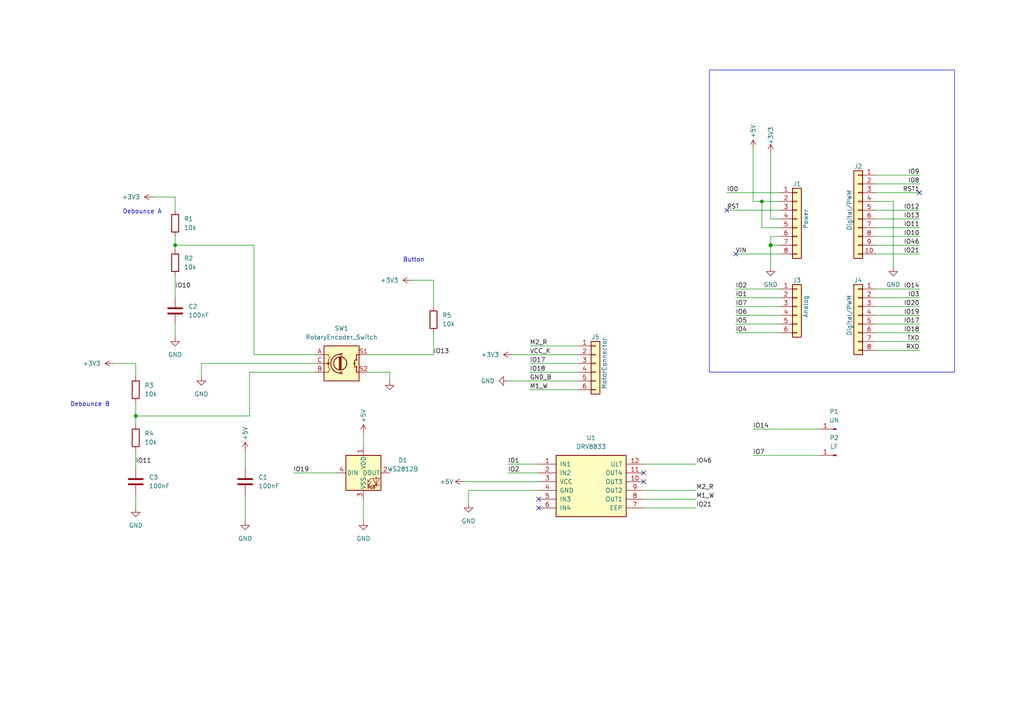
<source format=kicad_sch>
(kicad_sch (version 20230121) (generator eeschema)
  (paper "A4")
  (title_block (title "DC motor system for teaching control and IoT") (date "2024-02-14") (rev "1.0") (company "Universidad Nacional de Colombia"))
  (lib_symbols
    (symbol "+3V3_1" (power) (pin_names (offset 0))
      (property "Value" "+3V3_1" (at 0 3.556 0))
      (symbol "+3V3_1_0_1"
        (polyline (pts (xy -0.762 1.27) (xy 0 2.54)))
        (polyline (pts (xy 0 0) (xy 0 2.54)))
        (polyline (pts (xy 0 2.54) (xy 0.762 1.27)))
      )
      (symbol "+3V3_1_1_1"
        (pin power_in line (at 0 0 90) (length 0) hide (name "+3V3") (number "1"))
      )
    )
    (symbol "+5V_1" (power) (pin_names (offset 0))
      (property "Value" "+5V_1" (at 0 3.556 0))
      (symbol "+5V_1_0_1"
        (polyline (pts (xy -0.762 1.27) (xy 0 2.54)))
        (polyline (pts (xy 0 0) (xy 0 2.54)))
        (polyline (pts (xy 0 2.54) (xy 0.762 1.27)))
      )
      (symbol "+5V_1_1_1"
        (pin power_in line (at 0 0 90) (length 0) hide (name "+5V") (number "1"))
      )
    )
    (symbol "Connector:Conn_01x01_Pin" (pin_names (offset 1.016) hide)
      (property "Reference" "J" (at 0 2.54 0))
      (property "Value" "Conn_01x01_Pin" (at 0 -2.54 0))
      (symbol "Conn_01x01_Pin_1_1"
        (polyline (pts (xy 1.27 0) (xy 0.8636 0)) (stroke (width 0.1524)))
        (rectangle (start 0.8636 0.127) (end 0 -0.127) (stroke (width 0.1524)) (fill (type outline)))
        (pin passive line (at 5.08 0 180) (length 3.81) (name "Pin_1") (number "1"))
      )
    )
    (symbol "Connector_Generic:Conn_01x06" (pin_names (offset 1.016) hide)
      (property "Reference" "J" (at 0 7.62 0))
      (property "Value" "Conn_01x06" (at 0 -10.16 0))
      (symbol "Conn_01x06_1_1"
        (rectangle (start -1.27 -7.493) (end 0 -7.747) (stroke (width 0.1524)))
        (rectangle (start -1.27 -4.953) (end 0 -5.207) (stroke (width 0.1524)))
        (rectangle (start -1.27 -2.413) (end 0 -2.667) (stroke (width 0.1524)))
        (rectangle (start -1.27 0.127) (end 0 -0.127) (stroke (width 0.1524)))
        (rectangle (start -1.27 2.667) (end 0 2.413) (stroke (width 0.1524)))
        (rectangle (start -1.27 5.207) (end 0 4.953) (stroke (width 0.1524)))
        (rectangle (start -1.27 6.35) (end 1.27 -8.89) (stroke (width 0.254)) (fill (type background)))
        (pin passive line (at -5.08 5.08 0) (length 3.81) (name "Pin_1") (number "1"))
        (pin passive line (at -5.08 2.54 0) (length 3.81) (name "Pin_2") (number "2"))
        (pin passive line (at -5.08 0 0) (length 3.81) (name "Pin_3") (number "3"))
        (pin passive line (at -5.08 -2.54 0) (length 3.81) (name "Pin_4") (number "4"))
        (pin passive line (at -5.08 -5.08 0) (length 3.81) (name "Pin_5") (number "5"))
        (pin passive line (at -5.08 -7.62 0) (length 3.81) (name "Pin_6") (number "6"))
      )
    )
    (symbol "Connector_Generic:Conn_01x08" (pin_names (offset 1.016) hide)
      (property "Reference" "J" (at 0 10.16 0))
      (property "Value" "Conn_01x08" (at 0 -12.7 0))
      (symbol "Conn_01x08_1_1"
        (rectangle (start -1.27 -10.033) (end 0 -10.287) (stroke (width 0.1524)))
        (rectangle (start -1.27 -7.493) (end 0 -7.747) (stroke (width 0.1524)))
        (rectangle (start -1.27 -4.953) (end 0 -5.207) (stroke (width 0.1524)))
        (rectangle (start -1.27 -2.413) (end 0 -2.667) (stroke (width 0.1524)))
        (rectangle (start -1.27 0.127) (end 0 -0.127) (stroke (width 0.1524)))
        (rectangle (start -1.27 2.667) (end 0 2.413) (stroke (width 0.1524)))
        (rectangle (start -1.27 5.207) (end 0 4.953) (stroke (width 0.1524)))
        (rectangle (start -1.27 7.747) (end 0 7.493) (stroke (width 0.1524)))
        (rectangle (start -1.27 8.89) (end 1.27 -11.43) (stroke (width 0.254)) (fill (type background)))
        (pin passive line (at -5.08 7.62 0) (length 3.81) (name "Pin_1") (number "1"))
        (pin passive line (at -5.08 5.08 0) (length 3.81) (name "Pin_2") (number "2"))
        (pin passive line (at -5.08 2.54 0) (length 3.81) (name "Pin_3") (number "3"))
        (pin passive line (at -5.08 0 0) (length 3.81) (name "Pin_4") (number "4"))
        (pin passive line (at -5.08 -2.54 0) (length 3.81) (name "Pin_5") (number "5"))
        (pin passive line (at -5.08 -5.08 0) (length 3.81) (name "Pin_6") (number "6"))
        (pin passive line (at -5.08 -7.62 0) (length 3.81) (name "Pin_7") (number "7"))
        (pin passive line (at -5.08 -10.16 0) (length 3.81) (name "Pin_8") (number "8"))
      )
    )
    (symbol "Connector_Generic:Conn_01x10" (pin_names (offset 1.016) hide)
      (property "Reference" "J" (at 0 12.7 0))
      (property "Value" "Conn_01x10" (at 0 -15.24 0))
      (symbol "Conn_01x10_1_1"
        (rectangle (start -1.27 -12.573) (end 0 -12.827) (stroke (width 0.1524)))
        (rectangle (start -1.27 -10.033) (end 0 -10.287) (stroke (width 0.1524)))
        (rectangle (start -1.27 -7.493) (end 0 -7.747) (stroke (width 0.1524)))
        (rectangle (start -1.27 -4.953) (end 0 -5.207) (stroke (width 0.1524)))
        (rectangle (start -1.27 -2.413) (end 0 -2.667) (stroke (width 0.1524)))
        (rectangle (start -1.27 0.127) (end 0 -0.127) (stroke (width 0.1524)))
        (rectangle (start -1.27 2.667) (end 0 2.413) (stroke (width 0.1524)))
        (rectangle (start -1.27 5.207) (end 0 4.953) (stroke (width 0.1524)))
        (rectangle (start -1.27 7.747) (end 0 7.493) (stroke (width 0.1524)))
        (rectangle (start -1.27 10.287) (end 0 10.033) (stroke (width 0.1524)))
        (rectangle (start -1.27 11.43) (end 1.27 -13.97) (stroke (width 0.254)) (fill (type background)))
        (pin passive line (at -5.08 10.16 0) (length 3.81) (name "Pin_1") (number "1"))
        (pin passive line (at -5.08 -12.7 0) (length 3.81) (name "Pin_10") (number "10"))
        (pin passive line (at -5.08 7.62 0) (length 3.81) (name "Pin_2") (number "2"))
        (pin passive line (at -5.08 5.08 0) (length 3.81) (name "Pin_3") (number "3"))
        (pin passive line (at -5.08 2.54 0) (length 3.81) (name "Pin_4") (number "4"))
        (pin passive line (at -5.08 0 0) (length 3.81) (name "Pin_5") (number "5"))
        (pin passive line (at -5.08 -2.54 0) (length 3.81) (name "Pin_6") (number "6"))
        (pin passive line (at -5.08 -5.08 0) (length 3.81) (name "Pin_7") (number "7"))
        (pin passive line (at -5.08 -7.62 0) (length 3.81) (name "Pin_8") (number "8"))
        (pin passive line (at -5.08 -10.16 0) (length 3.81) (name "Pin_9") (number "9"))
      )
    )
    (symbol "DCmotor:DRV8833" (pin_names (offset 1.016))
      (property "Reference" "U1" (at 2.1941 -15.24 0))
      (property "Value" "DRV8833" (at 2.1941 -17.78 0))
      (symbol "DRV8833_0_1"
        (rectangle (start -10.16 12.7) (end 10.16 -5.08) (stroke (width 0.254)) (fill (type background)))
      )
      (symbol "DRV8833_1_1"
        (pin input line (at -15.24 10.16 0) (length 5.08) (name "IN1") (number "1"))
        (pin power_out line (at 15.24 5.08 180) (length 5.08) (name "OUT3") (number "10"))
        (pin open_collector line (at 15.24 7.62 180) (length 5.08) (name "OUT4") (number "11"))
        (pin output line (at 15.24 10.16 180) (length 5.08) (name "ULT") (number "12"))
        (pin input line (at -15.24 7.62 0) (length 5.08) (name "IN2") (number "2"))
        (pin power_in line (at -15.24 5.08 0) (length 5.08) (name "VCC") (number "3"))
        (pin power_in line (at -15.24 2.54 0) (length 5.08) (name "GND") (number "4"))
        (pin input line (at -15.24 0 0) (length 5.08) (name "IN3") (number "5"))
        (pin input line (at -15.24 -2.54 0) (length 5.08) (name "IN4") (number "6"))
        (pin input line (at 15.24 -2.54 180) (length 5.08) (name "EEP") (number "7"))
        (pin power_out line (at 15.24 0 180) (length 5.08) (name "OUT1") (number "8"))
        (pin power_out line (at 15.24 2.54 180) (length 5.08) (name "OUT2") (number "9"))
      )
    )
    (symbol "Device:C" (pin_numbers hide) (pin_names (offset 0.254))
      (property "Reference" "C" (at 0.635 2.54 0))
      (property "Value" "C" (at 0.635 -2.54 0))
      (symbol "C_0_1"
        (polyline (pts (xy -2.032 -0.762) (xy 2.032 -0.762)) (stroke (width 0.508)))
        (polyline (pts (xy -2.032 0.762) (xy 2.032 0.762)) (stroke (width 0.508)))
      )
      (symbol "C_1_1"
        (pin passive line (at 0 3.81 270) (length 2.794) (name "~") (number "1"))
        (pin passive line (at 0 -3.81 90) (length 2.794) (name "~") (number "2"))
      )
    )
    (symbol "Device:R" (pin_numbers hide) (pin_names (offset 0))
      (property "Reference" "R" (at 2.032 0 90))
      (property "Value" "R" (at 0 0 90))
      (symbol "R_0_1"
        (rectangle (start -1.016 -2.54) (end 1.016 2.54) (stroke (width 0.254)))
      )
      (symbol "R_1_1"
        (pin passive line (at 0 3.81 270) (length 1.27) (name "~") (number "1"))
        (pin passive line (at 0 -3.81 90) (length 1.27) (name "~") (number "2"))
      )
    )
    (symbol "Device:RotaryEncoder_Switch" (pin_names (offset 0.254) hide)
      (property "Reference" "SW" (at 0 6.604 0))
      (property "Value" "RotaryEncoder_Switch" (at 0 -6.604 0))
      (symbol "RotaryEncoder_Switch_0_1"
        (rectangle (start -5.08 5.08) (end 5.08 -5.08) (stroke (width 0.254)) (fill (type background)))
        (circle (center -3.81 0) (radius 0.254) (fill (type outline)))
        (circle (center -0.381 0) (radius 1.905) (stroke (width 0.254)))
        (arc (start -0.381 2.667) (mid -3.0988 -0.0635) (end -0.381 -2.794) (stroke (width 0.254)))
        (polyline (pts (xy -0.635 -1.778) (xy -0.635 1.778)) (stroke (width 0.254)))
        (polyline (pts (xy -0.381 -1.778) (xy -0.381 1.778)) (stroke (width 0.254)))
        (polyline (pts (xy -0.127 1.778) (xy -0.127 -1.778)) (stroke (width 0.254)))
        (polyline (pts (xy 3.81 0) (xy 3.429 0)) (stroke (width 0.254)))
        (polyline (pts (xy 3.81 1.016) (xy 3.81 -1.016)) (stroke (width 0.254)))
        (polyline (pts (xy -5.08 -2.54) (xy -3.81 -2.54) (xy -3.81 -2.032)))
        (polyline (pts (xy -5.08 2.54) (xy -3.81 2.54) (xy -3.81 2.032)))
        (polyline (pts (xy 0.254 -3.048) (xy -0.508 -2.794) (xy 0.127 -2.413)) (stroke (width 0.254)))
        (polyline (pts (xy 0.254 2.921) (xy -0.508 2.667) (xy 0.127 2.286)) (stroke (width 0.254)))
        (polyline (pts (xy 5.08 -2.54) (xy 4.318 -2.54) (xy 4.318 -1.016)) (stroke (width 0.254)))
        (polyline (pts (xy 5.08 2.54) (xy 4.318 2.54) (xy 4.318 1.016)) (stroke (width 0.254)))
        (polyline (pts (xy -5.08 0) (xy -3.81 0) (xy -3.81 -1.016) (xy -3.302 -2.032)))
        (polyline (pts (xy -4.318 0) (xy -3.81 0) (xy -3.81 1.016) (xy -3.302 2.032)))
        (circle (center 4.318 -1.016) (radius 0.127) (stroke (width 0.254)))
        (circle (center 4.318 1.016) (radius 0.127) (stroke (width 0.254)))
      )
      (symbol "RotaryEncoder_Switch_1_1"
        (pin passive line (at -7.62 2.54 0) (length 2.54) (name "A") (number "A"))
        (pin passive line (at -7.62 -2.54 0) (length 2.54) (name "B") (number "B"))
        (pin passive line (at -7.62 0 0) (length 2.54) (name "C") (number "C"))
        (pin passive line (at 7.62 2.54 180) (length 2.54) (name "S1") (number "S1"))
        (pin passive line (at 7.62 -2.54 180) (length 2.54) (name "S2") (number "S2"))
      )
    )
    (symbol "GND_1" (power) (pin_names (offset 0))
      (property "Value" "GND_1" (at 0 -3.81 0))
      (symbol "GND_1_0_1"
        (polyline (pts (xy 0 0) (xy 0 -1.27) (xy 1.27 -1.27) (xy 0 -2.54) (xy -1.27 -1.27) (xy 0 -1.27)))
      )
      (symbol "GND_1_1_1"
        (pin power_in line (at 0 0 270) (length 0) hide (name "GND") (number "1"))
      )
    )
    (symbol "LED:WS2812B" (pin_names (offset 0.254))
      (property "Reference" "D" (at 5.08 5.715 0))
      (property "Value" "WS2812B" (at 1.27 -5.715 0))
      (symbol "WS2812B_0_0"
        (text "RGB" (at 2.286 -4.191 0) (effects (font (size 0.762 0.762))))
      )
      (symbol "WS2812B_0_1"
        (polyline (pts (xy 1.27 -3.556) (xy 1.778 -3.556)))
        (polyline (pts (xy 1.27 -2.54) (xy 1.778 -2.54)))
        (polyline (pts (xy 4.699 -3.556) (xy 2.667 -3.556)))
        (polyline (pts (xy 2.286 -2.54) (xy 1.27 -3.556) (xy 1.27 -3.048)))
        (polyline (pts (xy 2.286 -1.524) (xy 1.27 -2.54) (xy 1.27 -2.032)))
        (polyline (pts (xy 3.683 -1.016) (xy 3.683 -3.556) (xy 3.683 -4.064)))
        (polyline (pts (xy 4.699 -1.524) (xy 2.667 -1.524) (xy 3.683 -3.556) (xy 4.699 -1.524)))
        (rectangle (start 5.08 5.08) (end -5.08 -5.08) (stroke (width 0.254)) (fill (type background)))
      )
      (symbol "WS2812B_1_1"
        (pin power_in line (at 0 7.62 270) (length 2.54) (name "VDD") (number "1"))
        (pin output line (at 7.62 0 180) (length 2.54) (name "DOUT") (number "2"))
        (pin power_in line (at 0 -7.62 90) (length 2.54) (name "VSS") (number "3"))
        (pin input line (at -7.62 0 0) (length 2.54) (name "DIN") (number "4"))
      )
    )
    (symbol "power:+3V3" (power) (pin_names (offset 0))
      (property "Value" "+3V3" (at 0 3.556 0))
      (symbol "+3V3_0_1"
        (polyline (pts (xy -0.762 1.27) (xy 0 2.54)))
        (polyline (pts (xy 0 0) (xy 0 2.54)))
        (polyline (pts (xy 0 2.54) (xy 0.762 1.27)))
      )
      (symbol "+3V3_1_1"
        (pin power_in line (at 0 0 90) (length 0) hide (name "+3V3") (number "1"))
      )
    )
  )
  (junction (at 39.37 120.65))
  (junction (at 50.8 71.12))
  (junction (at 223.52 71.12) (diameter 1.016))
  (junction (at 220.98 58.42))
  (no_connect (at 314.96 157.48))
  (no_connect (at 210.82 60.96))
  (no_connect (at 213.36 73.66))
  (no_connect (at 156.21 144.78))
  (no_connect (at 266.7 55.88))
  (no_connect (at 186.69 137.16))
  (no_connect (at 186.69 139.7))
  (no_connect (at 156.21 147.32))
  (wire (pts (xy 71.12 143.51) (xy 71.12 151.13)))
  (wire (pts (xy 254 101.6) (xy 266.7 101.6)))
  (wire (pts (xy 39.37 143.51) (xy 39.37 147.32)))
  (wire (pts (xy 50.8 71.12) (xy 73.66 71.12)))
  (wire (pts (xy 213.36 73.66) (xy 226.06 73.66)))
  (wire (pts (xy 254 68.58) (xy 266.7 68.58)))
  (wire (pts (xy 147.32 134.62) (xy 156.21 134.62)))
  (wire (pts (xy 254 50.8) (xy 266.7 50.8)))
  (wire (pts (xy 39.37 116.84) (xy 39.37 120.65)))
  (wire (pts (xy 105.41 144.78) (xy 105.41 151.13)))
  (wire (pts (xy 58.42 105.41) (xy 91.44 105.41)))
  (wire (pts (xy 71.12 130.81) (xy 71.12 135.89)))
  (wire (pts (xy 220.98 58.42) (xy 226.06 58.42)))
  (wire (pts (xy 186.69 147.32) (xy 201.93 147.32)))
  (wire (pts (xy 186.69 142.24) (xy 201.93 142.24)))
  (wire (pts (xy 153.67 105.41) (xy 167.64 105.41)))
  (wire (pts (xy 223.52 68.58) (xy 223.52 71.12)))
  (wire (pts (xy 213.36 96.52) (xy 226.06 96.52)))
  (wire (pts (xy 148.59 102.87) (xy 167.64 102.87)))
  (wire (pts (xy 223.52 71.12) (xy 223.52 77.47)))
  (wire (pts (xy 223.52 63.5) (xy 226.06 63.5)))
  (wire (pts (xy 147.32 110.49) (xy 167.64 110.49)))
  (wire (pts (xy 220.98 66.04) (xy 226.06 66.04)))
  (wire (pts (xy 72.39 107.95) (xy 72.39 120.65)))
  (wire (pts (xy 218.44 43.18) (xy 218.44 58.42)))
  (wire (pts (xy 259.08 58.42) (xy 259.08 77.47)))
  (wire (pts (xy 50.8 57.15) (xy 50.8 60.96)))
  (wire (pts (xy 254 60.96) (xy 266.7 60.96)))
  (wire (pts (xy 223.52 44.45) (xy 223.52 63.5)))
  (wire (pts (xy 254 83.82) (xy 266.7 83.82)))
  (wire (pts (xy 226.06 83.82) (xy 213.36 83.82)))
  (wire (pts (xy 254 63.5) (xy 266.7 63.5)))
  (wire (pts (xy 186.69 144.78) (xy 201.93 144.78)))
  (wire (pts (xy 254 86.36) (xy 266.7 86.36)))
  (wire (pts (xy 85.09 137.16) (xy 97.79 137.16)))
  (wire (pts (xy 44.45 57.15) (xy 50.8 57.15)))
  (wire (pts (xy 153.67 113.03) (xy 167.64 113.03)))
  (wire (pts (xy 153.67 100.33) (xy 167.64 100.33)))
  (wire (pts (xy 134.62 139.7) (xy 156.21 139.7)))
  (wire (pts (xy 135.89 146.05) (xy 135.89 142.24)))
  (wire (pts (xy 58.42 105.41) (xy 58.42 109.22)))
  (wire (pts (xy 210.82 55.88) (xy 226.06 55.88)))
  (wire (pts (xy 254 71.12) (xy 266.7 71.12)))
  (wire (pts (xy 254 91.44) (xy 266.7 91.44)))
  (wire (pts (xy 50.8 71.12) (xy 50.8 72.39)))
  (wire (pts (xy 135.89 142.24) (xy 156.21 142.24)))
  (wire (pts (xy 39.37 130.81) (xy 39.37 135.89)))
  (wire (pts (xy 50.8 80.01) (xy 50.8 86.36)))
  (wire (pts (xy 73.66 102.87) (xy 91.44 102.87)))
  (wire (pts (xy 50.8 68.58) (xy 50.8 71.12)))
  (wire (pts (xy 254 55.88) (xy 266.7 55.88)))
  (wire (pts (xy 218.44 124.46) (xy 237.49 124.46)))
  (wire (pts (xy 125.73 81.28) (xy 125.73 88.9)))
  (wire (pts (xy 226.06 88.9) (xy 213.36 88.9)))
  (wire (pts (xy 210.82 60.96) (xy 226.06 60.96)))
  (wire (pts (xy 39.37 120.65) (xy 72.39 120.65)))
  (wire (pts (xy 226.06 71.12) (xy 223.52 71.12)))
  (wire (pts (xy 125.73 81.28) (xy 119.38 81.28)))
  (wire (pts (xy 147.32 137.16) (xy 156.21 137.16)))
  (wire (pts (xy 33.02 105.41) (xy 39.37 105.41)))
  (wire (pts (xy 106.68 102.87) (xy 125.73 102.87)))
  (wire (pts (xy 213.36 86.36) (xy 226.06 86.36)))
  (wire (pts (xy 218.44 132.08) (xy 237.49 132.08)))
  (wire (pts (xy 72.39 107.95) (xy 91.44 107.95)))
  (wire (pts (xy 39.37 105.41) (xy 39.37 109.22)))
  (wire (pts (xy 254 58.42) (xy 259.08 58.42)))
  (wire (pts (xy 50.8 93.98) (xy 50.8 97.79)))
  (wire (pts (xy 226.06 68.58) (xy 223.52 68.58)))
  (wire (pts (xy 254 66.04) (xy 266.7 66.04)))
  (wire (pts (xy 153.67 107.95) (xy 167.64 107.95)))
  (wire (pts (xy 105.41 125.73) (xy 105.41 129.54)))
  (wire (pts (xy 220.98 58.42) (xy 220.98 66.04)))
  (wire (pts (xy 254 88.9) (xy 266.7 88.9)))
  (wire (pts (xy 218.44 58.42) (xy 220.98 58.42)))
  (wire (pts (xy 213.36 91.44) (xy 226.06 91.44)))
  (wire (pts (xy 39.37 120.65) (xy 39.37 123.19)))
  (wire (pts (xy 113.03 107.95) (xy 113.03 110.49)))
  (wire (pts (xy 186.69 134.62) (xy 201.93 134.62)))
  (wire (pts (xy 125.73 102.87) (xy 125.73 96.52)))
  (wire (pts (xy 254 53.34) (xy 266.7 53.34)))
  (wire (pts (xy 106.68 107.95) (xy 113.03 107.95)))
  (wire (pts (xy 254 96.52) (xy 266.7 96.52)))
  (wire (pts (xy 254 93.98) (xy 266.7 93.98)))
  (wire (pts (xy 254 99.06) (xy 266.7 99.06)))
  (wire (pts (xy 73.66 71.12) (xy 73.66 102.87)))
  (wire (pts (xy 226.06 93.98) (xy 213.36 93.98)))
  (wire (pts (xy 254 73.66) (xy 266.7 73.66)))
  (rectangle (start 205.74 20.32) (end 276.86 107.95))
  (text "Debounce A" (at 35.56 62.23 0) (effects (font (size 1.27 1.27)) (justify left bottom)))
  (text "Button\n" (at 116.84 76.2 0) (effects (font (size 1.27 1.27)) (justify left bottom)))
  (text "Debounce B" (at 20.32 118.11 0) (effects (font (size 1.27 1.27)) (justify left bottom)))
  (label "RXD" (at 266.7 101.6 180))
  (label "IO21" (at 201.93 147.32 0))
  (label "IO19" (at 85.09 137.16 0))
  (label "IO7" (at 213.36 88.9 0))
  (label "IO19" (at 266.7 91.44 180))
  (label "IO46" (at 201.93 134.62 0))
  (label "M2_R" (at 153.67 100.33 0))
  (label "IO13" (at 125.73 102.87 0))
  (label "IO18" (at 266.7 96.52 180))
  (label "IO6" (at 213.36 91.44 0))
  (label "IO12" (at 266.7 60.96 180))
  (label "IO13" (at 266.7 63.5 180))
  (label "RST" (at 210.82 60.96 0))
  (label "IO10" (at 266.7 68.58 180))
  (label "IO11" (at 242.57 -17.78 0))
  (label "VIN" (at 213.36 73.66 0))
  (label "IO18" (at 153.67 107.95 0))
  (label "IO14" (at 266.7 83.82 180))
  (label "IO8" (at 266.7 53.34 180))
  (label "IO21" (at 266.7 73.66 180))
  (label "IO11" (at 266.7 66.04 180))
  (label "IO17" (at 266.7 93.98 180))
  (label "IO1" (at 213.36 86.36 0))
  (label "IO14" (at 218.44 124.46 0))
  (label "TXD" (at 266.7 99.06 180))
  (label "IO2" (at 213.36 83.82 0))
  (label "RST1" (at 266.7 55.88 180))
  (label "IO11" (at 39.37 134.62 0))
  (label "VCC_K" (at 153.67 102.87 0))
  (label "IO2" (at 147.32 137.16 0))
  (label "IO3" (at 266.7 86.36 180))
  (label "IO9" (at 266.7 50.8 180))
  (label "IO46" (at 266.7 71.12 180))
  (label "IO7" (at 218.44 132.08 0))
  (label "GND_B" (at 153.67 110.49 0))
  (label "M1_W" (at 153.67 113.03 0))
  (label "IO20" (at 266.7 88.9 180))
  (label "IO10" (at 50.8 83.82 0))
  (label "IO5" (at 213.36 93.98 0))
  (label "IO4" (at 213.36 96.52 0))
  (label "IO1" (at 147.32 134.62 0))
  (label "M2_R" (at 201.93 142.24 0))
  (label "IO17" (at 153.67 105.41 0))
  (label "IO0" (at 210.82 55.88 0))
  (label "M1_W" (at 201.93 144.78 0))
  (symbol (lib_id "Connector_Generic:Conn_01x08") (at 231.14 63.5 0) (unit 1)
    (property "Reference" "J1" (at 231.14 53.34 0))
    (property "Value" "Power" (at 233.68 63.5 90))
    (property "Footprint" "Connector_PinSocket_2.54mm:PinSocket_1x08_P2.54mm_Vertical" (effects hide))
  )
  (symbol (lib_id "Connector_Generic:Conn_01x10") (at 248.92 60.96 0) (mirror y) (unit 1)
    (property "Reference" "J2" (at 248.92 48.26 0))
    (property "Value" "Digital/PWM" (at 246.38 60.96 90))
    (property "Footprint" "Connector_PinSocket_2.54mm:PinSocket_1x10_P2.54mm_Vertical" (effects hide))
  )
  (symbol (lib_id "Connector_Generic:Conn_01x06") (at 231.14 88.9 0) (unit 1)
    (property "Reference" "J3" (at 231.14 81.28 0))
    (property "Value" "Analog" (at 233.68 88.9 90))
    (property "Footprint" "Connector_PinSocket_2.54mm:PinSocket_1x06_P2.54mm_Vertical" (effects hide))
  )
  (symbol (lib_id "Connector_Generic:Conn_01x08") (at 248.92 91.44 0) (mirror y) (unit 1)
    (property "Reference" "J4" (at 248.92 81.28 0))
    (property "Value" "Digital/PWM" (at 246.38 91.44 90))
    (property "Footprint" "Connector_PinSocket_2.54mm:PinSocket_1x08_P2.54mm_Vertical" (effects hide))
  )
  (symbol (lib_name "GND_1") (lib_id "power:GND") (at 39.37 147.32 0) (unit 1)
    (property "Reference" "#PWR015" (effects hide))
    (property "Value" "GND" (at 39.37 152.4 0))
  )
  (symbol (lib_name "GND_1") (lib_id "power:GND") (at 71.12 151.13 0) (unit 1)
    (property "Reference" "#PWR09" (effects hide))
    (property "Value" "GND" (at 71.12 156.21 0))
  )
  (symbol (lib_name "+5V_1") (lib_id "power:+5V") (at 218.44 43.18 0) (unit 1)
    (property "Reference" "#PWR01" (effects hide))
    (property "Value" "+5V" (at 218.44 38.1 90))
  )
  (symbol (lib_name "+5V_1") (lib_id "power:+5V") (at 134.62 139.7 90) (unit 1)
    (property "Reference" "#PWR013" (effects hide))
    (property "Value" "+5V" (at 129.54 139.7 90))
  )
  (symbol (lib_id "Device:R") (at 39.37 113.03 0) (unit 1)
    (property "Reference" "R3" (at 41.91 111.76 0) (effects (justify left)))
    (property "Value" "10k" (at 41.91 114.3 0) (effects (justify left)))
    (property "Footprint" "Resistor_SMD:R_0805_2012Metric_Pad1.20x1.40mm_HandSolder" (effects hide))
  )
  (symbol (lib_id "Device:RotaryEncoder_Switch") (at 99.06 105.41 0) (unit 1)
    (property "Reference" "SW1" (at 99.06 95.25 0))
    (property "Value" "RotaryEncoder_Switch" (at 99.06 97.79 0))
    (property "Footprint" "Rotary_Encoder:RotaryEncoder_Alps_EC11E-Switch_Vertical_H20mm" (effects hide))
  )
  (symbol (lib_id "DCmotor:DRV8833") (at 171.45 144.78 0) (unit 1)
    (property "Reference" "U1" (at 171.45 127 0))
    (property "Value" "DRV8833" (at 171.45 129.54 0))
    (property "Footprint" "DCmotor:drv8833module" (effects hide))
    (property "Datasheet" "http://www.ti.com/lit/ds/symlink/drv8833.pdf" (effects hide))
  )
  (symbol (lib_name "GND_1") (lib_id "power:GND") (at 147.32 110.49 270) (unit 1)
    (property "Reference" "#PWR010" (effects hide))
    (property "Value" "GND" (at 143.51 110.49 90) (effects (justify right)))
  )
  (symbol (lib_name "+5V_1") (lib_id "power:+5V") (at 105.41 125.73 0) (unit 1)
    (property "Reference" "#PWR05" (effects hide))
    (property "Value" "+5V" (at 105.41 120.65 90))
  )
  (symbol (lib_id "power:+3V3") (at 33.02 105.41 90) (unit 1)
    (property "Reference" "#PWR016" (effects hide))
    (property "Value" "+3V3" (at 29.21 105.41 90) (effects (justify left)))
  )
  (symbol (lib_id "Device:C") (at 71.12 139.7 0) (unit 1)
    (property "Reference" "C1" (at 74.93 138.43 0) (effects (justify left)))
    (property "Value" "100nF" (at 74.93 140.97 0) (effects (justify left)))
    (property "Footprint" "Capacitor_SMD:C_0805_2012Metric_Pad1.18x1.45mm_HandSolder" (effects hide))
  )
  (symbol (lib_id "Device:R") (at 50.8 76.2 0) (unit 1)
    (property "Reference" "R2" (at 53.34 74.93 0) (effects (justify left)))
    (property "Value" "10k" (at 53.34 77.47 0) (effects (justify left)))
    (property "Footprint" "Resistor_SMD:R_0805_2012Metric_Pad1.20x1.40mm_HandSolder" (effects hide))
  )
  (symbol (lib_id "Device:R") (at 125.73 92.71 0) (unit 1)
    (property "Reference" "R5" (at 128.27 91.44 0) (effects (justify left)))
    (property "Value" "10k" (at 128.27 93.98 0) (effects (justify left)))
    (property "Footprint" "Resistor_SMD:R_0805_2012Metric_Pad1.20x1.40mm_HandSolder" (effects hide))
  )
  (symbol (lib_id "Connector:Conn_01x01_Pin") (at 242.57 132.08 180) (unit 1)
    (property "Reference" "P2" (at 241.935 127 0))
    (property "Value" "LF" (at 241.935 129.54 0))
    (property "Footprint" "MountingHole:MountingHole_5mm_Pad_TopOnly" (effects hide))
  )
  (symbol (lib_id "Connector:Conn_01x01_Pin") (at 242.57 124.46 180) (unit 1)
    (property "Reference" "P1" (at 241.935 119.38 0))
    (property "Value" "UN" (at 241.935 121.92 0))
    (property "Footprint" "MountingHole:MountingHole_5mm_Pad_TopOnly" (effects hide))
  )
  (symbol (lib_name "GND_1") (lib_id "power:GND") (at 105.41 151.13 0) (unit 1)
    (property "Reference" "#PWR07" (effects hide))
    (property "Value" "GND" (at 105.41 156.21 0))
  )
  (symbol (lib_name "GND_1") (lib_id "power:GND") (at 223.52 77.47 0) (unit 1)
    (property "Reference" "#PWR06" (effects hide))
    (property "Value" "GND" (at 223.52 82.55 0))
  )
  (symbol (lib_name "GND_1") (lib_id "power:GND") (at 113.03 110.49 0) (unit 1)
    (property "Reference" "#PWR012" (effects hide))
    (property "Value" "GND" (effects hide))
  )
  (symbol (lib_id "power:+3V3") (at 148.59 102.87 90) (unit 1)
    (property "Reference" "#PWR03" (effects hide))
    (property "Value" "+3V3" (at 144.78 102.87 90) (effects (justify left)))
  )
  (symbol (lib_id "Device:C") (at 39.37 139.7 0) (unit 1)
    (property "Reference" "C3" (at 43.18 138.43 0) (effects (justify left)))
    (property "Value" "100nF" (at 43.18 140.97 0) (effects (justify left)))
    (property "Footprint" "Capacitor_SMD:C_0805_2012Metric_Pad1.18x1.45mm_HandSolder" (effects hide))
  )
  (symbol (lib_id "LED:WS2812B") (at 105.41 137.16 0) (unit 1)
    (property "Reference" "D1" (at 116.84 133.5121 0))
    (property "Value" "WS2812B" (at 116.84 136.0521 0))
    (property "Footprint" "LED_SMD:LED_SK6812MINI_PLCC4_3.5x3.5mm_P1.75mm" (effects hide))
    (property "Datasheet" "https://cdn-shop.adafruit.com/datasheets/WS2812B.pdf" (effects hide))
  )
  (symbol (lib_name "+3V3_1") (lib_id "power:+3V3") (at 223.52 44.45 0) (unit 1)
    (property "Reference" "#PWR02" (effects hide))
    (property "Value" "+3V3" (at 223.52 39.37 90))
  )
  (symbol (lib_id "Device:R") (at 50.8 64.77 0) (unit 1)
    (property "Reference" "R1" (at 53.34 63.5 0) (effects (justify left)))
    (property "Value" "10k" (at 53.34 66.04 0) (effects (justify left)))
    (property "Footprint" "Resistor_SMD:R_0805_2012Metric_Pad1.20x1.40mm_HandSolder" (effects hide))
  )
  (symbol (lib_id "Device:R") (at 39.37 127 0) (unit 1)
    (property "Reference" "R4" (at 41.91 125.73 0) (effects (justify left)))
    (property "Value" "10k" (at 41.91 128.27 0) (effects (justify left)))
    (property "Footprint" "Resistor_SMD:R_0805_2012Metric_Pad1.20x1.40mm_HandSolder" (effects hide))
  )
  (symbol (lib_name "GND_1") (lib_id "power:GND") (at 259.08 77.47 0) (unit 1)
    (property "Reference" "#PWR04" (effects hide))
    (property "Value" "GND" (at 259.08 82.55 0))
  )
  (symbol (lib_id "power:+3V3") (at 119.38 81.28 90) (unit 1)
    (property "Reference" "#PWR019" (effects hide))
    (property "Value" "+3V3" (at 115.57 81.28 90) (effects (justify left)))
  )
  (symbol (lib_id "power:+3V3") (at 44.45 57.15 90) (unit 1)
    (property "Reference" "#PWR018" (effects hide))
    (property "Value" "+3V3" (at 40.64 57.15 90) (effects (justify left)))
  )
  (symbol (lib_id "Device:C") (at 50.8 90.17 0) (unit 1)
    (property "Reference" "C2" (at 54.61 88.9 0) (effects (justify left)))
    (property "Value" "100nF" (at 54.61 91.44 0) (effects (justify left)))
    (property "Footprint" "Capacitor_SMD:C_0805_2012Metric_Pad1.18x1.45mm_HandSolder" (effects hide))
  )
  (symbol (lib_name "GND_1") (lib_id "power:GND") (at 50.8 97.79 0) (unit 1)
    (property "Reference" "#PWR017" (effects hide))
    (property "Value" "GND" (at 50.8 102.87 0))
  )
  (symbol (lib_id "Connector_Generic:Conn_01x06") (at 172.72 105.41 0) (unit 1)
    (property "Reference" "J5" (at 172.72 97.79 0))
    (property "Value" "MotorConnector" (at 175.26 105.41 90))
    (property "Footprint" "Connector_JST:JST_PH_B6B-PH-K_1x06_P2.00mm_Vertical" (effects hide))
  )
  (symbol (lib_name "GND_1") (lib_id "power:GND") (at 58.42 109.22 0) (unit 1)
    (property "Reference" "#PWR011" (effects hide))
    (property "Value" "GND" (at 58.42 114.3 0))
  )
  (symbol (lib_name "+5V_1") (lib_id "power:+5V") (at 71.12 130.81 0) (unit 1)
    (property "Reference" "#PWR08" (effects hide))
    (property "Value" "+5V" (at 71.12 125.73 90))
  )
  (symbol (lib_name "GND_1") (lib_id "power:GND") (at 135.89 146.05 0) (unit 1)
    (property "Reference" "#PWR014" (effects hide))
    (property "Value" "GND" (at 135.89 151.13 0))
  )
)
</source>
